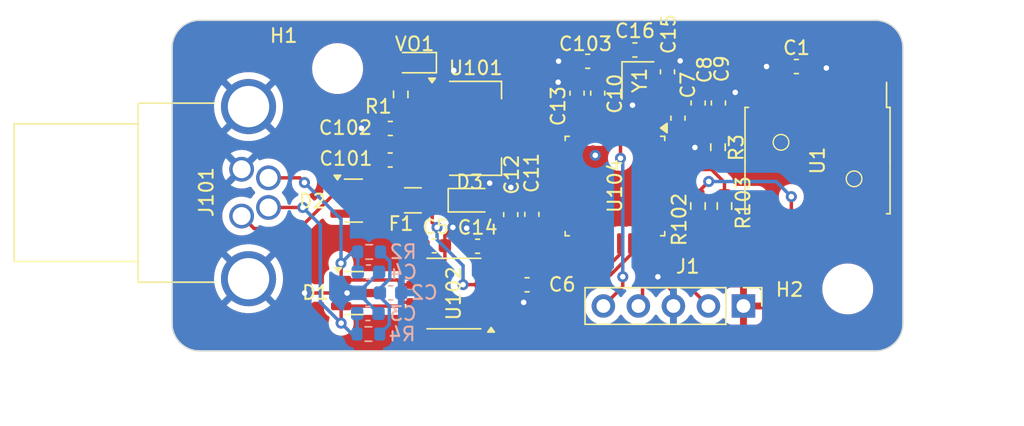
<source format=kicad_pcb>
(kicad_pcb
	(version 20240108)
	(generator "pcbnew")
	(generator_version "8.0")
	(general
		(thickness 1.6)
		(legacy_teardrops no)
	)
	(paper "A4")
	(layers
		(0 "F.Cu" signal)
		(31 "B.Cu" signal)
		(32 "B.Adhes" user "B.Adhesive")
		(33 "F.Adhes" user "F.Adhesive")
		(34 "B.Paste" user)
		(35 "F.Paste" user)
		(36 "B.SilkS" user "B.Silkscreen")
		(37 "F.SilkS" user "F.Silkscreen")
		(38 "B.Mask" user)
		(39 "F.Mask" user)
		(40 "Dwgs.User" user "User.Drawings")
		(41 "Cmts.User" user "User.Comments")
		(42 "Eco1.User" user "User.Eco1")
		(43 "Eco2.User" user "User.Eco2")
		(44 "Edge.Cuts" user)
		(45 "Margin" user)
		(46 "B.CrtYd" user "B.Courtyard")
		(47 "F.CrtYd" user "F.Courtyard")
		(48 "B.Fab" user)
		(49 "F.Fab" user)
		(50 "User.1" user)
		(51 "User.2" user)
		(52 "User.3" user)
		(53 "User.4" user)
		(54 "User.5" user)
		(55 "User.6" user)
		(56 "User.7" user)
		(57 "User.8" user)
		(58 "User.9" user)
	)
	(setup
		(stackup
			(layer "F.SilkS"
				(type "Top Silk Screen")
			)
			(layer "F.Paste"
				(type "Top Solder Paste")
			)
			(layer "F.Mask"
				(type "Top Solder Mask")
				(thickness 0.01)
			)
			(layer "F.Cu"
				(type "copper")
				(thickness 0.035)
			)
			(layer "dielectric 1"
				(type "core")
				(thickness 1.51)
				(material "FR4")
				(epsilon_r 4.5)
				(loss_tangent 0.02)
			)
			(layer "B.Cu"
				(type "copper")
				(thickness 0.035)
			)
			(layer "B.Mask"
				(type "Bottom Solder Mask")
				(thickness 0.01)
			)
			(layer "B.Paste"
				(type "Bottom Solder Paste")
			)
			(layer "B.SilkS"
				(type "Bottom Silk Screen")
			)
			(copper_finish "None")
			(dielectric_constraints no)
		)
		(pad_to_mask_clearance 0)
		(allow_soldermask_bridges_in_footprints no)
		(aux_axis_origin 100 80)
		(grid_origin 100 80)
		(pcbplotparams
			(layerselection 0x00010fc_ffffffff)
			(plot_on_all_layers_selection 0x0000000_00000000)
			(disableapertmacros no)
			(usegerberextensions no)
			(usegerberattributes yes)
			(usegerberadvancedattributes yes)
			(creategerberjobfile yes)
			(dashed_line_dash_ratio 12.000000)
			(dashed_line_gap_ratio 3.000000)
			(svgprecision 6)
			(plotframeref no)
			(viasonmask no)
			(mode 1)
			(useauxorigin no)
			(hpglpennumber 1)
			(hpglpenspeed 20)
			(hpglpendiameter 15.000000)
			(pdf_front_fp_property_popups yes)
			(pdf_back_fp_property_popups yes)
			(dxfpolygonmode yes)
			(dxfimperialunits yes)
			(dxfusepcbnewfont yes)
			(psnegative no)
			(psa4output no)
			(plotreference yes)
			(plotvalue yes)
			(plotfptext yes)
			(plotinvisibletext no)
			(sketchpadsonfab no)
			(subtractmaskfromsilk no)
			(outputformat 1)
			(mirror no)
			(drillshape 1)
			(scaleselection 1)
			(outputdirectory "")
		)
	)
	(net 0 "")
	(net 1 "+3V3")
	(net 2 "GND")
	(net 3 "Net-(C2-Pad2)")
	(net 4 "CAN_H")
	(net 5 "CAN_L")
	(net 6 "+5V")
	(net 7 "CAN_Rx")
	(net 8 "Net-(U104-PF0)")
	(net 9 "NRST")
	(net 10 "Net-(D2-K)")
	(net 11 "Net-(D2-A)")
	(net 12 "SWDIO")
	(net 13 "SWCLK")
	(net 14 "Net-(VO1-A)")
	(net 15 "Net-(U104-PF1)")
	(net 16 "I2C_SCL")
	(net 17 "I2C_SDA")
	(net 18 "unconnected-(U1-Pad9)")
	(net 19 "unconnected-(U1-Pad14)")
	(net 20 "unconnected-(U1-Pad2)")
	(net 21 "unconnected-(U1-Pad12)")
	(net 22 "unconnected-(U1-Pad8)")
	(net 23 "unconnected-(U1-Pad13)")
	(net 24 "unconnected-(U1-Pad6)")
	(net 25 "unconnected-(U1-Pad15)")
	(net 26 "unconnected-(U1-Pad16)")
	(net 27 "unconnected-(U1-Pad1)")
	(net 28 "unconnected-(U1-Pad7)")
	(net 29 "unconnected-(U1-Pad3)")
	(net 30 "CAN_Tx")
	(net 31 "unconnected-(U104-PA4-Pad10)")
	(net 32 "unconnected-(U104-PA2-Pad8)")
	(net 33 "unconnected-(U104-PA10-Pad20)")
	(net 34 "unconnected-(U104-PA7-Pad13)")
	(net 35 "Net-(U104-PB8)")
	(net 36 "unconnected-(U104-PA9-Pad19)")
	(net 37 "unconnected-(U104-PA6-Pad12)")
	(net 38 "unconnected-(U104-PA1-Pad7)")
	(net 39 "unconnected-(U104-PB0-Pad14)")
	(net 40 "unconnected-(U104-PA0-Pad6)")
	(net 41 "unconnected-(U104-PB5-Pad28)")
	(net 42 "unconnected-(U104-PA3-Pad9)")
	(net 43 "unconnected-(U104-PB4-Pad27)")
	(net 44 "unconnected-(U104-PA15-Pad25)")
	(net 45 "unconnected-(U104-PA5-Pad11)")
	(net 46 "unconnected-(U104-PB3-Pad26)")
	(net 47 "unconnected-(U104-PB1-Pad15)")
	(net 48 "unconnected-(U104-PA8-Pad18)")
	(footprint "Crystal:Crystal_SMD_2016-4Pin_2.0x1.6mm" (layer "F.Cu") (at 133.7775 60.36 -90))
	(footprint "ASS_parts:SOT-23-BAT54FILM" (layer "F.Cu") (at 113.15 69.0875))
	(footprint "Resistor_SMD:R_0603_1608Metric" (layer "F.Cu") (at 138.14 69.48 90))
	(footprint "Capacitor_SMD:C_0603_1608Metric" (layer "F.Cu") (at 136.6875 63.1 90))
	(footprint "Capacitor_SMD:C_0603_1608Metric" (layer "F.Cu") (at 122.1525 72.400948 180))
	(footprint "Capacitor_SMD:C_0603_1608Metric" (layer "F.Cu") (at 139.62 62 90))
	(footprint "Capacitor_SMD:C_0603_1608Metric" (layer "F.Cu") (at 124.5575 70.105 90))
	(footprint "Capacitor_SMD:C_0603_1608Metric" (layer "F.Cu") (at 115.815 66.14 180))
	(footprint "Resistor_SMD:R_0603_1608Metric" (layer "F.Cu") (at 116.58 61.375 90))
	(footprint "Capacitor_SMD:C_0603_1608Metric" (layer "F.Cu") (at 125.7425 75.2))
	(footprint "Resistor_SMD:R_0603_1608Metric" (layer "F.Cu") (at 140.06 69.48 90))
	(footprint "Capacitor_SMD:C_0603_1608Metric" (layer "F.Cu") (at 115.825 63.85 180))
	(footprint "Fuse:Fuse_1206_3216Metric" (layer "F.Cu") (at 117.46 69.0675))
	(footprint "Capacitor_SMD:C_0603_1608Metric" (layer "F.Cu") (at 129.3675 61.285 90))
	(footprint "MountingHole:MountingHole_3.2mm_M3_ISO7380" (layer "F.Cu") (at 112 59.5))
	(footprint "Capacitor_SMD:C_0603_1608Metric" (layer "F.Cu") (at 130.1375 58.97))
	(footprint "Capacitor_SMD:C_0603_1608Metric" (layer "F.Cu") (at 130.8675 61.285 90))
	(footprint "Diode_SMD:D_SOD-323" (layer "F.Cu") (at 121.6325 69.06))
	(footprint "FaSTTUBe_connectors:M8_718_4pin_horizontal" (layer "F.Cu") (at 105.04 68.51 -90))
	(footprint "Package_SO:SOIC-8_3.9x4.9mm_P1.27mm" (layer "F.Cu") (at 120.4325 75.835948 180))
	(footprint "Capacitor_SMD:C_0603_1608Metric" (layer "F.Cu") (at 133.5625 58.15))
	(footprint "LED_SMD:LED_0603_1608Metric_Pad1.05x0.95mm_HandSolder" (layer "F.Cu") (at 117.505 59.07 180))
	(footprint "Capacitor_SMD:C_0603_1608Metric" (layer "F.Cu") (at 119.0075 72.365948))
	(footprint "ASS_parts:SOT-223_LDL1117S33R" (layer "F.Cu") (at 121.98 63.84))
	(footprint "ASS_parts:SM7000_SOIC-16" (layer "F.Cu") (at 146.81 66.18 -90))
	(footprint "Capacitor_SMD:C_0603_1608Metric" (layer "F.Cu") (at 135.9275 59.735 -90))
	(footprint "Capacitor_SMD:C_0603_1608Metric" (layer "F.Cu") (at 145.275 59.3525 180))
	(footprint "Package_TO_SOT_SMD:SOT-23" (layer "F.Cu") (at 113.195 75.800948))
	(footprint "Resistor_SMD:R_0603_1608Metric" (layer "F.Cu") (at 139.59 65.21 90))
	(footprint "Capacitor_SMD:C_0603_1608Metric" (layer "F.Cu") (at 126.09 70.085 90))
	(footprint "Capacitor_SMD:C_0603_1608Metric" (layer "F.Cu") (at 138.15 62 90))
	(footprint "Connector_PinHeader_2.54mm:PinHeader_1x05_P2.54mm_Vertical" (layer "F.Cu") (at 141.4375 76.74 -90))
	(footprint "Package_QFP:LQFP-32_7x7mm_P0.8mm" (layer "F.Cu") (at 132.1175 68.03 -90))
	(footprint "MountingHole:MountingHole_3.2mm_M3_ISO7380" (layer "F.Cu") (at 149 75.5))
	(footprint "Capacitor_SMD:C_0603_1608Metric" (layer "B.Cu") (at 114.1975 77.285948 180))
	(footprint "Resistor_SMD:R_0603_1608Metric" (layer "B.Cu") (at 114.2375 78.775948))
	(footprint "Capacitor_SMD:C_0603_1608Metric" (layer "B.Cu") (at 114.2375 74.275948))
	(footprint "Resistor_SMD:R_0603_1608Metric" (layer "B.Cu") (at 114.2875 72.815948 180))
	(footprint "Capacitor_SMD:C_0603_1608Metric" (layer "B.Cu") (at 115.8425 75.785948 180))
	(gr_arc
		(start 102 80)
		(mid 100.585786 79.414214)
		(end 100 78)
		(stroke
			(width 0.1)
			(type default)
		)
		(layer "Edge.Cuts")
		(uuid "3b0a9f85-fc78-435e-a284-c0acd692fcd7")
	)
	(gr_line
		(start 153 78)
		(end 153 58)
		(stroke
			(width 0.1)
			(type default)
		)
		(layer "Edge.Cuts")
		(uuid "53816fff-ed80-458c-bb47-db737a54961c")
	)
	(gr_arc
		(start 100 58)
		(mid 100.585786 56.585786)
		(end 102 56)
		(stroke
			(width 0.1)
			(type default)
		)
		(layer "Edge.Cuts")
		(uuid "5a42f8fb-2a8f-48db-84ec-d307f8094cfa")
	)
	(gr_line
		(start 102 80)
		(end 151 80)
		(stroke
			(width 0.1)
			(type default)
		)
		(layer "Edge.Cuts")
		(uuid "6ac6ac18-4031-4bcf-8820-b343ae2d3448")
	)
	(gr_line
		(start 100 58)
		(end 100 78)
		(stroke
			(width 0.1)
			(type default)
		)
		(layer "Edge.Cuts")
		(uuid "8fda64c0-d685-4c7c-8139-4cf11eeadbdb")
	)
	(gr_arc
		(start 153 78)
		(mid 152.414214 79.414214)
		(end 151 80)
		(stroke
			(width 0.1)
			(type default)
		)
		(layer "Edge.Cuts")
		(uuid "9e303ecd-5441-4829-bced-8e3f52e5d297")
	)
	(gr_arc
		(start 151 56)
		(mid 152.414214 56.585786)
		(end 153 58)
		(stroke
			(width 0.1)
			(type default)
		)
		(layer "Edge.Cuts")
		(uuid "db315f9c-530b-400f-a27c-be5695c22d18")
	)
	(gr_line
		(start 151 56)
		(end 102 56)
		(stroke
			(width 0.1)
			(type default)
		)
		(layer "Edge.Cuts")
		(uuid "e3324332-a106-4690-bb06-c285e0d7465f")
	)
	(dimension
		(type aligned)
		(layer "User.1")
		(uuid "25116da6-098e-4ec7-9f6b-768234d32c5a")
		(pts
			(xy 152.99 56.01) (xy 152.99 80.01)
		)
		(height -5.02)
		(gr_text "24.0000 mm"
			(at 156.86 68.01 90)
			(layer "User.1")
			(uuid "25116da6-098e-4ec7-9f6b-768234d32c5a")
			(effects
				(font
					(size 1 1)
					(thickness 0.15)
				)
			)
		)
		(format
			(prefix "")
			(suffix "")
			(units 3)
			(units_format 1)
			(precision 4)
		)
		(style
			(thickness 0.15)
			(arrow_length 1.27)
			(text_position_mode 0)
			(extension_height 0.58642)
			(extension_offset 0.5) keep_text_aligned)
	)
	(dimension
		(type aligned)
		(layer "User.1")
		(uuid "a2cdb2e5-a391-419f-8e72-174c5bf6b6f6")
		(pts
			(xy 152.99 80.01) (xy 99.99 80.01)
		)
		(height -4.8)
		(gr_text "53.0000 mm"
			(at 126.49 83.66 0)
			(layer "Us
... [175914 chars truncated]
</source>
